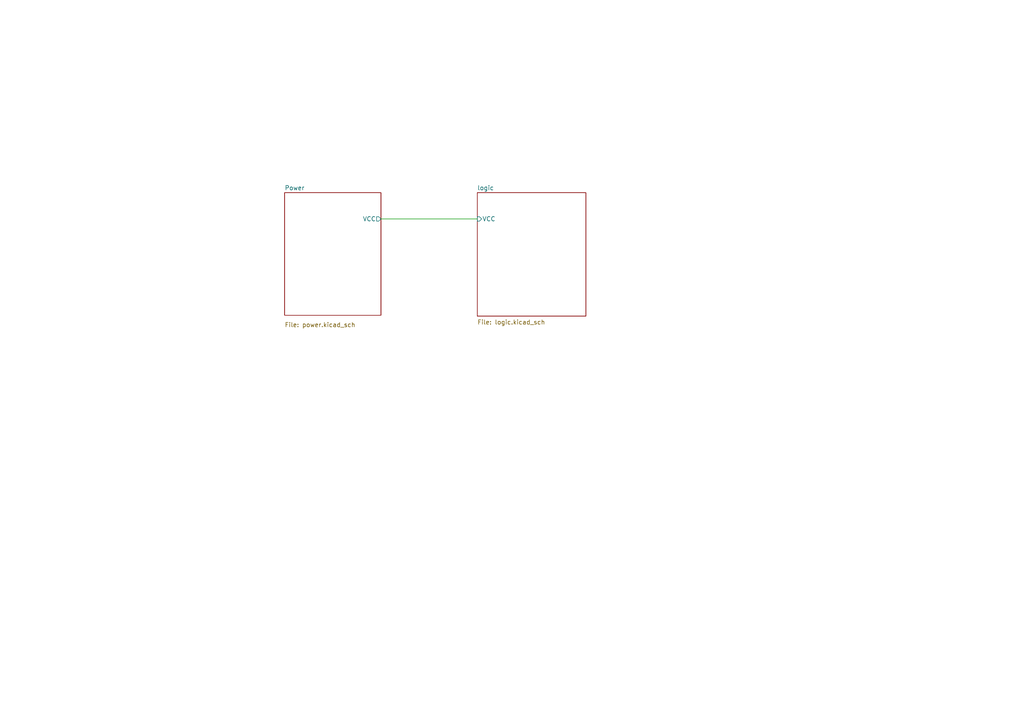
<source format=kicad_sch>
(kicad_sch
	(version 20231120)
	(generator "eeschema")
	(generator_version "8.0")
	(uuid "87c78429-be2b-40ed-8d3b-56cb9666a56f")
	(paper "A4")
	(lib_symbols)
	(wire
		(pts
			(xy 110.49 63.5) (xy 138.43 63.5)
		)
		(stroke
			(width 0)
			(type default)
		)
		(uuid "2a50bf50-479c-4ec9-a8e8-b17f5dd2cfb7")
	)
	(sheet
		(at 82.55 55.88)
		(size 27.94 35.56)
		(stroke
			(width 0)
			(type solid)
		)
		(fill
			(color 0 0 0 0.0000)
		)
		(uuid "00000000-0000-0000-0000-00005ca71704")
		(property "Sheetname" "Power"
			(at 82.55 55.2445 0)
			(effects
				(font
					(size 1.27 1.27)
				)
				(justify left bottom)
			)
		)
		(property "Sheetfile" "power.kicad_sch"
			(at 82.55 93.4725 0)
			(effects
				(font
					(size 1.27 1.27)
				)
				(justify left top)
			)
		)
		(pin "VCC" output
			(at 110.49 63.5 0)
			(effects
				(font
					(size 1.27 1.27)
				)
				(justify right)
			)
			(uuid "e83e0227-ac0f-4180-82bd-68d3a7b56476")
		)
		(instances
			(project "good-project"
				(path "/87c78429-be2b-40ed-8d3b-56cb9666a56f"
					(page "2")
				)
			)
		)
	)
	(sheet
		(at 138.43 55.88)
		(size 31.496 35.814)
		(stroke
			(width 0)
			(type solid)
		)
		(fill
			(color 0 0 0 0.0000)
		)
		(uuid "00000000-0000-0000-0000-00005ca75bc1")
		(property "Sheetname" "logic"
			(at 138.43 55.2445 0)
			(effects
				(font
					(size 1.27 1.27)
				)
				(justify left bottom)
			)
		)
		(property "Sheetfile" "logic.kicad_sch"
			(at 138.43 92.7105 0)
			(effects
				(font
					(size 1.27 1.27)
				)
				(justify left top)
			)
		)
		(pin "VCC" input
			(at 138.43 63.5 180)
			(effects
				(font
					(size 1.27 1.27)
				)
				(justify left)
			)
			(uuid "7e969d15-6cc0-4258-8b27-586608a21adb")
		)
		(instances
			(project "good-project"
				(path "/87c78429-be2b-40ed-8d3b-56cb9666a56f"
					(page "3")
				)
			)
		)
	)
	(sheet_instances
		(path "/"
			(page "1")
		)
	)
)
</source>
